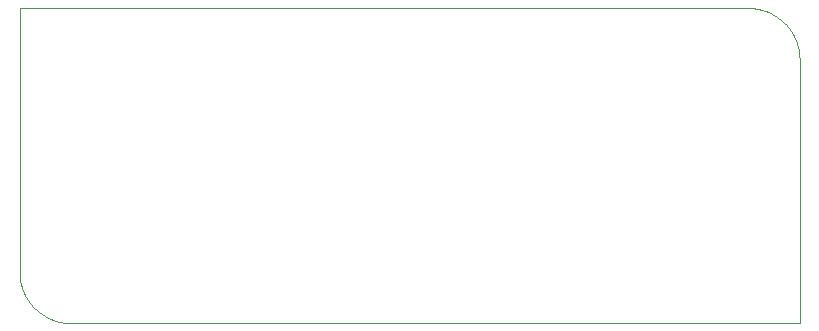
<source format=gbp>
G04 EAGLE Gerber RS-274X export*
G75*
%MOMM*%
%FSLAX34Y34*%
%LPD*%
%INSolder paste bottom*%
%IPPOS*%
%AMOC8*
5,1,8,0,0,1.08239X$1,22.5*%
G01*
%ADD10C,0.000000*%
%ADD11C,0.002541*%


D10*
X50800Y50800D02*
X660400Y50800D01*
D11*
X50800Y50800D02*
X43360Y50800D01*
X42312Y50813D01*
X41265Y50851D01*
X40219Y50914D01*
X39175Y51002D01*
X38134Y51116D01*
X37095Y51255D01*
X36060Y51419D01*
X35029Y51608D01*
X34004Y51822D01*
X32983Y52060D01*
X31969Y52323D01*
X30961Y52610D01*
X29961Y52922D01*
X28968Y53258D01*
X27984Y53618D01*
X27009Y54001D01*
X26044Y54408D01*
X25088Y54838D01*
X24143Y55291D01*
X23210Y55767D01*
X22288Y56265D01*
X21378Y56785D01*
X20482Y57327D01*
X19598Y57891D01*
X18729Y58475D01*
X17874Y59081D01*
X17033Y59707D01*
X16209Y60353D01*
X15400Y61019D01*
X14607Y61705D01*
X13831Y62409D01*
X13073Y63132D01*
X12332Y63873D01*
X11609Y64631D01*
X10905Y65407D01*
X10219Y66200D01*
X9553Y67009D01*
X8907Y67833D01*
X8281Y68674D01*
X7675Y69529D01*
X7091Y70398D01*
X6527Y71282D01*
X5985Y72178D01*
X5465Y73088D01*
X4967Y74010D01*
X4491Y74943D01*
X4038Y75888D01*
X3608Y76844D01*
X3201Y77809D01*
X2818Y78784D01*
X2458Y79768D01*
X2122Y80761D01*
X1810Y81761D01*
X1523Y82769D01*
X1260Y83783D01*
X1022Y84804D01*
X808Y85829D01*
X619Y86860D01*
X455Y87895D01*
X316Y88934D01*
X202Y89975D01*
X114Y91019D01*
X51Y92065D01*
X13Y93112D01*
X0Y94160D01*
X0Y317500D01*
X660400Y274140D02*
X660400Y50800D01*
X660400Y274140D02*
X660387Y275188D01*
X660349Y276235D01*
X660286Y277281D01*
X660198Y278325D01*
X660084Y279366D01*
X659945Y280405D01*
X659781Y281440D01*
X659592Y282471D01*
X659378Y283496D01*
X659140Y284517D01*
X658877Y285531D01*
X658590Y286539D01*
X658278Y287539D01*
X657942Y288532D01*
X657582Y289516D01*
X657199Y290491D01*
X656792Y291456D01*
X656362Y292412D01*
X655909Y293357D01*
X655433Y294290D01*
X654935Y295212D01*
X654415Y296122D01*
X653873Y297018D01*
X653309Y297902D01*
X652725Y298771D01*
X652119Y299626D01*
X651493Y300467D01*
X650847Y301291D01*
X650181Y302100D01*
X649495Y302893D01*
X648791Y303669D01*
X648068Y304427D01*
X647327Y305168D01*
X646569Y305891D01*
X645793Y306595D01*
X645000Y307281D01*
X644191Y307947D01*
X643367Y308593D01*
X642526Y309219D01*
X641671Y309825D01*
X640802Y310409D01*
X639918Y310973D01*
X639022Y311515D01*
X638112Y312035D01*
X637190Y312533D01*
X636257Y313009D01*
X635312Y313462D01*
X634356Y313892D01*
X633391Y314299D01*
X632416Y314682D01*
X631432Y315042D01*
X630439Y315378D01*
X629439Y315690D01*
X628431Y315977D01*
X627417Y316240D01*
X626396Y316478D01*
X625371Y316692D01*
X624340Y316881D01*
X623305Y317045D01*
X622266Y317184D01*
X621225Y317298D01*
X620181Y317386D01*
X619135Y317449D01*
X618088Y317487D01*
X617040Y317500D01*
X0Y317500D01*
M02*

</source>
